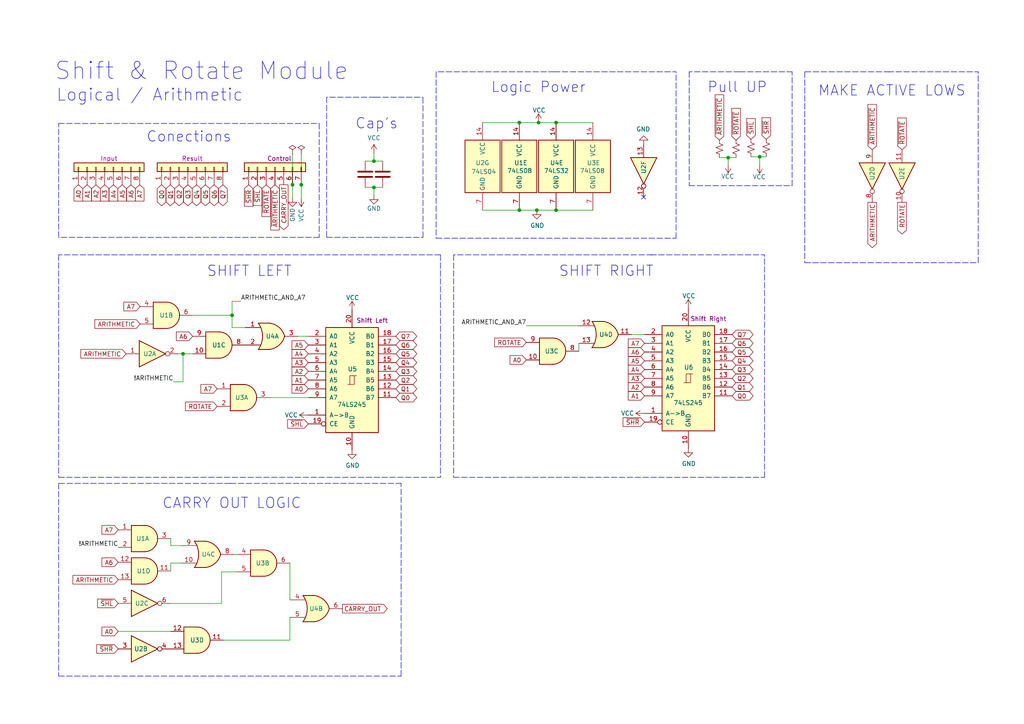
<source format=kicad_sch>
(kicad_sch (version 20211123) (generator eeschema)
  (paper "A4")
  (title_block (title "Arithmetic & Logical Shifter Module") (date "2022-01-16") (rev "4") (company "theWickedWebDev/8-bit-computer") (comment 2 "Rotate Enable / Carry Out"))
  (lib_symbols
    (symbol "74xx:74LS04"
      (property "Reference" "U" (at 0 1.27 0))
      (property "Value" "74LS04" (at 0 -1.27 0))
      (symbol "74LS04_1_0"
        (polyline (pts (xy -3.81 3.81) (xy -3.81 -3.81) (xy 3.81 0) (xy -3.81 3.81)) (stroke (width 0.254)) (fill (type background)))
        (pin input line (at -7.62 0 0) (length 3.81) (name "~") (number "1"))
        (pin output inverted (at 7.62 0 180) (length 3.81) (name "~") (number "2"))
      )
      (symbol "74LS04_2_0"
        (polyline (pts (xy -3.81 3.81) (xy -3.81 -3.81) (xy 3.81 0) (xy -3.81 3.81)) (stroke (width 0.254)) (fill (type background)))
        (pin input line (at -7.62 0 0) (length 3.81) (name "~") (number "3"))
        (pin output inverted (at 7.62 0 180) (length 3.81) (name "~") (number "4"))
      )
      (symbol "74LS04_3_0"
        (polyline (pts (xy -3.81 3.81) (xy -3.81 -3.81) (xy 3.81 0) (xy -3.81 3.81)) (stroke (width 0.254)) (fill (type background)))
        (pin input line (at -7.62 0 0) (length 3.81) (name "~") (number "5"))
        (pin output inverted (at 7.62 0 180) (length 3.81) (name "~") (number "6"))
      )
      (symbol "74LS04_4_0"
        (polyline (pts (xy -3.81 3.81) (xy -3.81 -3.81) (xy 3.81 0) (xy -3.81 3.81)) (stroke (width 0.254)) (fill (type background)))
        (pin output inverted (at 7.62 0 180) (length 3.81) (name "~") (number "8"))
        (pin input line (at -7.62 0 0) (length 3.81) (name "~") (number "9"))
      )
      (symbol "74LS04_5_0"
        (polyline (pts (xy -3.81 3.81) (xy -3.81 -3.81) (xy 3.81 0) (xy -3.81 3.81)) (stroke (width 0.254)) (fill (type background)))
        (pin output inverted (at 7.62 0 180) (length 3.81) (name "~") (number "10"))
        (pin input line (at -7.62 0 0) (length 3.81) (name "~") (number "11"))
      )
      (symbol "74LS04_6_0"
        (polyline (pts (xy -3.81 3.81) (xy -3.81 -3.81) (xy 3.81 0) (xy -3.81 3.81)) (stroke (width 0.254)) (fill (type background)))
        (pin output inverted (at 7.62 0 180) (length 3.81) (name "~") (number "12"))
        (pin input line (at -7.62 0 0) (length 3.81) (name "~") (number "13"))
      )
      (symbol "74LS04_7_0"
        (pin power_in line (at 0 12.7 270) (length 5.08) (name "VCC") (number "14"))
        (pin power_in line (at 0 -12.7 90) (length 5.08) (name "GND") (number "7"))
      )
      (symbol "74LS04_7_1"
        (rectangle (start -5.08 7.62) (end 5.08 -7.62) (stroke (width 0.254)) (fill (type background)))
      )
    )
    (symbol "74xx:74LS08" (pin_names (offset 1.016))
      (property "Reference" "U" (at 0 1.27 0))
      (property "Value" "74LS08" (at 0 -1.27 0))
      (symbol "74LS08_1_1"
        (arc (start 0 -3.81) (mid 3.81 0) (end 0 3.81) (stroke (width 0.254)) (fill (type background)))
        (polyline (pts (xy 0 3.81) (xy -3.81 3.81) (xy -3.81 -3.81) (xy 0 -3.81)) (stroke (width 0.254)) (fill (type background)))
        (pin input line (at -7.62 2.54 0) (length 3.81) (name "~") (number "1"))
        (pin input line (at -7.62 -2.54 0) (length 3.81) (name "~") (number "2"))
        (pin output line (at 7.62 0 180) (length 3.81) (name "~") (number "3"))
      )
      (symbol "74LS08_1_2"
        (arc (start -3.81 -3.81) (mid -2.589 0) (end -3.81 3.81) (stroke (width 0.254)))
        (arc (start -0.6096 -3.81) (mid 2.1855 -2.584) (end 3.81 0) (stroke (width 0.254)) (fill (type background)))
        (polyline (pts (xy -3.81 -3.81) (xy -0.635 -3.81)) (stroke (width 0.254)) (fill (type background)))
        (polyline (pts (xy -3.81 3.81) (xy -0.635 3.81)) (stroke (width 0.254)) (fill (type background)))
        (polyline (pts (xy -0.635 3.81) (xy -3.81 3.81) (xy -3.81 3.81) (xy -3.556 3.4036) (xy -3.0226 2.2606) (xy -2.6924 1.0414) (xy -2.6162 -0.254) (xy -2.7686 -1.4986) (xy -3.175 -2.7178) (xy -3.81 -3.81) (xy -3.81 -3.81) (xy -0.635 -3.81)) (stroke (width -25.4)) (fill (type background)))
        (arc (start 3.81 0) (mid 2.1928 2.5925) (end -0.6096 3.81) (stroke (width 0.254)) (fill (type background)))
        (pin input inverted (at -7.62 2.54 0) (length 4.318) (name "~") (number "1"))
        (pin input inverted (at -7.62 -2.54 0) (length 4.318) (name "~") (number "2"))
        (pin output inverted (at 7.62 0 180) (length 3.81) (name "~") (number "3"))
      )
      (symbol "74LS08_2_1"
        (arc (start 0 -3.81) (mid 3.81 0) (end 0 3.81) (stroke (width 0.254)) (fill (type background)))
        (polyline (pts (xy 0 3.81) (xy -3.81 3.81) (xy -3.81 -3.81) (xy 0 -3.81)) (stroke (width 0.254)) (fill (type background)))
        (pin input line (at -7.62 2.54 0) (length 3.81) (name "~") (number "4"))
        (pin input line (at -7.62 -2.54 0) (length 3.81) (name "~") (number "5"))
        (pin output line (at 7.62 0 180) (length 3.81) (name "~") (number "6"))
      )
      (symbol "74LS08_2_2"
        (arc (start -3.81 -3.81) (mid -2.589 0) (end -3.81 3.81) (stroke (width 0.254)))
        (arc (start -0.6096 -3.81) (mid 2.1855 -2.584) (end 3.81 0) (stroke (width 0.254)) (fill (type background)))
        (polyline (pts (xy -3.81 -3.81) (xy -0.635 -3.81)) (stroke (width 0.254)) (fill (type background)))
        (polyline (pts (xy -3.81 3.81) (xy -0.635 3.81)) (stroke (width 0.254)) (fill (type background)))
        (polyline (pts (xy -0.635 3.81) (xy -3.81 3.81) (xy -3.81 3.81) (xy -3.556 3.4036) (xy -3.0226 2.2606) (xy -2.6924 1.0414) (xy -2.6162 -0.254) (xy -2.7686 -1.4986) (xy -3.175 -2.7178) (xy -3.81 -3.81) (xy -3.81 -3.81) (xy -0.635 -3.81)) (stroke (width -25.4)) (fill (type background)))
        (arc (start 3.81 0) (mid 2.1928 2.5925) (end -0.6096 3.81) (stroke (width 0.254)) (fill (type background)))
        (pin input inverted (at -7.62 2.54 0) (length 4.318) (name "~") (number "4"))
        (pin input inverted (at -7.62 -2.54 0) (length 4.318) (name "~") (number "5"))
        (pin output inverted (at 7.62 0 180) (length 3.81) (name "~") (number "6"))
      )
      (symbol "74LS08_3_1"
        (arc (start 0 -3.81) (mid 3.81 0) (end 0 3.81) (stroke (width 0.254)) (fill (type background)))
        (polyline (pts (xy 0 3.81) (xy -3.81 3.81) (xy -3.81 -3.81) (xy 0 -3.81)) (stroke (width 0.254)) (fill (type background)))
        (pin input line (at -7.62 -2.54 0) (length 3.81) (name "~") (number "10"))
        (pin output line (at 7.62 0 180) (length 3.81) (name "~") (number "8"))
        (pin input line (at -7.62 2.54 0) (length 3.81) (name "~") (number "9"))
      )
      (symbol "74LS08_3_2"
        (arc (start -3.81 -3.81) (mid -2.589 0) (end -3.81 3.81) (stroke (width 0.254)))
        (arc (start -0.6096 -3.81) (mid 2.1855 -2.584) (end 3.81 0) (stroke (width 0.254)) (fill (type background)))
        (polyline (pts (xy -3.81 -3.81) (xy -0.635 -3.81)) (stroke (width 0.254)) (fill (type background)))
        (polyline (pts (xy -3.81 3.81) (xy -0.635 3.81)) (stroke (width 0.254)) (fill (type background)))
        (polyline (pts (xy -0.635 3.81) (xy -3.81 3.81) (xy -3.81 3.81) (xy -3.556 3.4036) (xy -3.0226 2.2606) (xy -2.6924 1.0414) (xy -2.6162 -0.254) (xy -2.7686 -1.4986) (xy -3.175 -2.7178) (xy -3.81 -3.81) (xy -3.81 -3.81) (xy -0.635 -3.81)) (stroke (width -25.4)) (fill (type background)))
        (arc (start 3.81 0) (mid 2.1928 2.5925) (end -0.6096 3.81) (stroke (width 0.254)) (fill (type background)))
        (pin input inverted (at -7.62 -2.54 0) (length 4.318) (name "~") (number "10"))
        (pin output inverted (at 7.62 0 180) (length 3.81) (name "~") (number "8"))
        (pin input inverted (at -7.62 2.54 0) (length 4.318) (name "~") (number "9"))
      )
      (symbol "74LS08_4_1"
        (arc (start 0 -3.81) (mid 3.81 0) (end 0 3.81) (stroke (width 0.254)) (fill (type background)))
        (polyline (pts (xy 0 3.81) (xy -3.81 3.81) (xy -3.81 -3.81) (xy 0 -3.81)) (stroke (width 0.254)) (fill (type background)))
        (pin output line (at 7.62 0 180) (length 3.81) (name "~") (number "11"))
        (pin input line (at -7.62 2.54 0) (length 3.81) (name "~") (number "12"))
        (pin input line (at -7.62 -2.54 0) (length 3.81) (name "~") (number "13"))
      )
      (symbol "74LS08_4_2"
        (arc (start -3.81 -3.81) (mid -2.589 0) (end -3.81 3.81) (stroke (width 0.254)))
        (arc (start -0.6096 -3.81) (mid 2.1855 -2.584) (end 3.81 0) (stroke (width 0.254)) (fill (type background)))
        (polyline (pts (xy -3.81 -3.81) (xy -0.635 -3.81)) (stroke (width 0.254)) (fill (type background)))
        (polyline (pts (xy -3.81 3.81) (xy -0.635 3.81)) (stroke (width 0.254)) (fill (type background)))
        (polyline (pts (xy -0.635 3.81) (xy -3.81 3.81) (xy -3.81 3.81) (xy -3.556 3.4036) (xy -3.0226 2.2606) (xy -2.6924 1.0414) (xy -2.6162 -0.254) (xy -2.7686 -1.4986) (xy -3.175 -2.7178) (xy -3.81 -3.81) (xy -3.81 -3.81) (xy -0.635 -3.81)) (stroke (width -25.4)) (fill (type background)))
        (arc (start 3.81 0) (mid 2.1928 2.5925) (end -0.6096 3.81) (stroke (width 0.254)) (fill (type background)))
        (pin output inverted (at 7.62 0 180) (length 3.81) (name "~") (number "11"))
        (pin input inverted (at -7.62 2.54 0) (length 4.318) (name "~") (number "12"))
        (pin input inverted (at -7.62 -2.54 0) (length 4.318) (name "~") (number "13"))
      )
      (symbol "74LS08_5_0"
        (pin power_in line (at 0 12.7 270) (length 5.08) (name "VCC") (number "14"))
        (pin power_in line (at 0 -12.7 90) (length 5.08) (name "GND") (number "7"))
      )
      (symbol "74LS08_5_1"
        (rectangle (start -5.08 7.62) (end 5.08 -7.62) (stroke (width 0.254)) (fill (type background)))
      )
    )
    (symbol "74xx:74LS245" (pin_names (offset 1.016))
      (property "Reference" "U" (at -7.62 16.51 0))
      (property "Value" "74LS245" (at -7.62 -16.51 0))
      (symbol "74LS245_1_0"
        (polyline (pts (xy -0.635 -1.27) (xy -0.635 1.27) (xy 0.635 1.27)))
        (polyline (pts (xy -1.27 -1.27) (xy 0.635 -1.27) (xy 0.635 1.27) (xy 1.27 1.27)))
        (pin input line (at -12.7 -10.16 0) (length 5.08) (name "A->B") (number "1"))
        (pin power_in line (at 0 -20.32 90) (length 5.08) (name "GND") (number "10"))
        (pin tri_state line (at 12.7 -5.08 180) (length 5.08) (name "B7") (number "11"))
        (pin tri_state line (at 12.7 -2.54 180) (length 5.08) (name "B6") (number "12"))
        (pin tri_state line (at 12.7 0 180) (length 5.08) (name "B5") (number "13"))
        (pin tri_state line (at 12.7 2.54 180) (length 5.08) (name "B4") (number "14"))
        (pin tri_state line (at 12.7 5.08 180) (length 5.08) (name "B3") (number "15"))
        (pin tri_state line (at 12.7 7.62 180) (length 5.08) (name "B2") (number "16"))
        (pin tri_state line (at 12.7 10.16 180) (length 5.08) (name "B1") (number "17"))
        (pin tri_state line (at 12.7 12.7 180) (length 5.08) (name "B0") (number "18"))
        (pin input inverted (at -12.7 -12.7 0) (length 5.08) (name "CE") (number "19"))
        (pin tri_state line (at -12.7 12.7 0) (length 5.08) (name "A0") (number "2"))
        (pin power_in line (at 0 20.32 270) (length 5.08) (name "VCC") (number "20"))
        (pin tri_state line (at -12.7 10.16 0) (length 5.08) (name "A1") (number "3"))
        (pin tri_state line (at -12.7 7.62 0) (length 5.08) (name "A2") (number "4"))
        (pin tri_state line (at -12.7 5.08 0) (length 5.08) (name "A3") (number "5"))
        (pin tri_state line (at -12.7 2.54 0) (length 5.08) (name "A4") (number "6"))
        (pin tri_state line (at -12.7 0 0) (length 5.08) (name "A5") (number "7"))
        (pin tri_state line (at -12.7 -2.54 0) (length 5.08) (name "A6") (number "8"))
        (pin tri_state line (at -12.7 -5.08 0) (length 5.08) (name "A7") (number "9"))
      )
      (symbol "74LS245_1_1"
        (rectangle (start -7.62 15.24) (end 7.62 -15.24) (stroke (width 0.254)) (fill (type background)))
      )
    )
    (symbol "74xx:74LS32" (pin_names (offset 1.016))
      (property "Reference" "U" (at 0 1.27 0))
      (property "Value" "74LS32" (at 0 -1.27 0))
      (symbol "74LS32_1_1"
        (arc (start -3.81 -3.81) (mid -2.589 0) (end -3.81 3.81) (stroke (width 0.254)))
        (arc (start -0.6096 -3.81) (mid 2.1855 -2.584) (end 3.81 0) (stroke (width 0.254)) (fill (type background)))
        (polyline (pts (xy -3.81 -3.81) (xy -0.635 -3.81)) (stroke (width 0.254)) (fill (type background)))
        (polyline (pts (xy -3.81 3.81) (xy -0.635 3.81)) (stroke (width 0.254)) (fill (type background)))
        (polyline (pts (xy -0.635 3.81) (xy -3.81 3.81) (xy -3.81 3.81) (xy -3.556 3.4036) (xy -3.0226 2.2606) (xy -2.6924 1.0414) (xy -2.6162 -0.254) (xy -2.7686 -1.4986) (xy -3.175 -2.7178) (xy -3.81 -3.81) (xy -3.81 -3.81) (xy -0.635 -3.81)) (stroke (width -25.4)) (fill (type background)))
        (arc (start 3.81 0) (mid 2.1928 2.5925) (end -0.6096 3.81) (stroke (width 0.254)) (fill (type background)))
        (pin input line (at -7.62 2.54 0) (length 4.318) (name "~") (number "1"))
        (pin input line (at -7.62 -2.54 0) (length 4.318) (name "~") (number "2"))
        (pin output line (at 7.62 0 180) (length 3.81) (name "~") (number "3"))
      )
      (symbol "74LS32_1_2"
        (arc (start 0 -3.81) (mid 3.81 0) (end 0 3.81) (stroke (width 0.254)) (fill (type background)))
        (polyline (pts (xy 0 3.81) (xy -3.81 3.81) (xy -3.81 -3.81) (xy 0 -3.81)) (stroke (width 0.254)) (fill (type background)))
        (pin input inverted (at -7.62 2.54 0) (length 3.81) (name "~") (number "1"))
        (pin input inverted (at -7.62 -2.54 0) (length 3.81) (name "~") (number "2"))
        (pin output inverted (at 7.62 0 180) (length 3.81) (name "~") (number "3"))
      )
      (symbol "74LS32_2_1"
        (arc (start -3.81 -3.81) (mid -2.589 0) (end -3.81 3.81) (stroke (width 0.254)))
        (arc (start -0.6096 -3.81) (mid 2.1855 -2.584) (end 3.81 0) (stroke (width 0.254)) (fill (type background)))
        (polyline (pts (xy -3.81 -3.81) (xy -0.635 -3.81)) (stroke (width 0.254)) (fill (type background)))
        (polyline (pts (xy -3.81 3.81) (xy -0.635 3.81)) (stroke (width 0.254)) (fill (type background)))
        (polyline (pts (xy -0.635 3.81) (xy -3.81 3.81) (xy -3.81 3.81) (xy -3.556 3.4036) (xy -3.0226 2.2606) (xy -2.6924 1.0414) (xy -2.6162 -0.254) (xy -2.7686 -1.4986) (xy -3.175 -2.7178) (xy -3.81 -3.81) (xy -3.81 -3.81) (xy -0.635 -3.81)) (stroke (width -25.4)) (fill (type background)))
        (arc (start 3.81 0) (mid 2.1928 2.5925) (end -0.6096 3.81) (stroke (width 0.254)) (fill (type background)))
        (pin input line (at -7.62 2.54 0) (length 4.318) (name "~") (number "4"))
        (pin input line (at -7.62 -2.54 0) (length 4.318) (name "~") (number "5"))
        (pin output line (at 7.62 0 180) (length 3.81) (name "~") (number "6"))
      )
      (symbol "74LS32_2_2"
        (arc (start 0 -3.81) (mid 3.81 0) (end 0 3.81) (stroke (width 0.254)) (fill (type background)))
        (polyline (pts (xy 0 3.81) (xy -3.81 3.81) (xy -3.81 -3.81) (xy 0 -3.81)) (stroke (width 0.254)) (fill (type background)))
        (pin input inverted (at -7.62 2.54 0) (length 3.81) (name "~") (number "4"))
        (pin input inverted (at -7.62 -2.54 0) (length 3.81) (name "~") (number "5"))
        (pin output inverted (at 7.62 0 180) (length 3.81) (name "~") (number "6"))
      )
      (symbol "74LS32_3_1"
        (arc (start -3.81 -3.81) (mid -2.589 0) (end -3.81 3.81) (stroke (width 0.254)))
        (arc (start -0.6096 -3.81) (mid 2.1855 -2.584) (end 3.81 0) (stroke (width 0.254)) (fill (type background)))
        (polyline (pts (xy -3.81 -3.81) (xy -0.635 -3.81)) (stroke (width 0.254)) (fill (type background)))
        (polyline (pts (xy -3.81 3.81) (xy -0.635 3.81)) (stroke (width 0.254)) (fill (type background)))
        (polyline (pts (xy -0.635 3.81) (xy -3.81 3.81) (xy -3.81 3.81) (xy -3.556 3.4036) (xy -3.0226 2.2606) (xy -2.6924 1.0414) (xy -2.6162 -0.254) (xy -2.7686 -1.4986) (xy -3.175 -2.7178) (xy -3.81 -3.81) (xy -3.81 -3.81) (xy -0.635 -3.81)) (stroke (width -25.4)) (fill (type background)))
        (arc (start 3.81 0) (mid 2.1928 2.5925) (end -0.6096 3.81) (stroke (width 0.254)) (fill (type background)))
        (pin input line (at -7.62 -2.54 0) (length 4.318) (name "~") (number "10"))
        (pin output line (at 7.62 0 180) (length 3.81) (name "~") (number "8"))
        (pin input line (at -7.62 2.54 0) (length 4.318) (name "~") (number "9"))
      )
      (symbol "74LS32_3_2"
        (arc (start 0 -3.81) (mid 3.81 0) (end 0 3.81) (stroke (width 0.254)) (fill (type background)))
        (polyline (pts (xy 0 3.81) (xy -3.81 3.81) (xy -3.81 -3.81) (xy 0 -3.81)) (stroke (width 0.254)) (fill (type background)))
        (pin input inverted (at -7.62 -2.54 0) (length 3.81) (name "~") (number "10"))
        (pin output inverted (at 7.62 0 180) (length 3.81) (name "~") (number "8"))
        (pin input inverted (at -7.62 2.54 0) (length 3.81) (name "~") (number "9"))
      )
      (symbol "74LS32_4_1"
        (arc (start -3.81 -3.81) (mid -2.589 0) (end -3.81 3.81) (stroke (width 0.254)))
        (arc (start -0.6096 -3.81) (mid 2.1855 -2.584) (end 3.81 0) (stroke (width 0.254)) (fill (type background)))
        (polyline (pts (xy -3.81 -3.81) (xy -0.635 -3.81)) (stroke (width 0.254)) (fill (type background)))
        (polyline (pts (xy -3.81 3.81) (xy -0.635 3.81)) (stroke (width 0.254)) (fill (type background)))
        (polyline (pts (xy -0.635 3.81) (xy -3.81 3.81) (xy -3.81 3.81) (xy -3.556 3.4036) (xy -3.0226 2.2606) (xy -2.6924 1.0414) (xy -2.6162 -0.254) (xy -2.7686 -1.4986) (xy -3.175 -2.7178) (xy -3.81 -3.81) (xy -3.81 -3.81) (xy -0.635 -3.81)) (stroke (width -25.4)) (fill (type background)))
        (arc (start 3.81 0) (mid 2.1928 2.5925) (end -0.6096 3.81) (stroke (width 0.254)) (fill (type background)))
        (pin output line (at 7.62 0 180) (length 3.81) (name "~") (number "11"))
        (pin input line (at -7.62 2.54 0) (length 4.318) (name "~") (number "12"))
        (pin input line (at -7.62 -2.54 0) (length 4.318) (name "~") (number "13"))
      )
      (symbol "74LS32_4_2"
        (arc (start 0 -3.81) (mid 3.81 0) (end 0 3.81) (stroke (width 0.254)) (fill (type background)))
        (polyline (pts (xy 0 3.81) (xy -3.81 3.81) (xy -3.81 -3.81) (xy 0 -3.81)) (stroke (width 0.254)) (fill (type background)))
        (pin output inverted (at 7.62 0 180) (length 3.81) (name "~") (number "11"))
        (pin input inverted (at -7.62 2.54 0) (length 3.81) (name "~") (number "12"))
        (pin input inverted (at -7.62 -2.54 0) (length 3.81) (name "~") (number "13"))
      )
      (symbol "74LS32_5_0"
        (pin power_in line (at 0 12.7 270) (length 5.08) (name "VCC") (number "14"))
        (pin power_in line (at 0 -12.7 90) (length 5.08) (name "GND") (number "7"))
      )
      (symbol "74LS32_5_1"
        (rectangle (start -5.08 7.62) (end 5.08 -7.62) (stroke (width 0.254)) (fill (type background)))
      )
    )
    (symbol "Connector_Generic:Conn_01x07" (pin_names (offset 1.016) hide)
      (property "Reference" "J" (at 0 10.16 0))
      (property "Value" "Conn_01x07" (at 0 -10.16 0))
      (symbol "Conn_01x07_1_1"
        (rectangle (start -1.27 -7.493) (end 0 -7.747) (stroke (width 0.1524)))
        (rectangle (start -1.27 -4.953) (end 0 -5.207) (stroke (width 0.1524)))
        (rectangle (start -1.27 -2.413) (end 0 -2.667) (stroke (width 0.1524)))
        (rectangle (start -1.27 0.127) (end 0 -0.127) (stroke (width 0.1524)))
        (rectangle (start -1.27 2.667) (end 0 2.413) (stroke (width 0.1524)))
        (rectangle (start -1.27 5.207) (end 0 4.953) (stroke (width 0.1524)))
        (rectangle (start -1.27 7.747) (end 0 7.493) (stroke (width 0.1524)))
        (rectangle (start -1.27 8.89) (end 1.27 -8.89) (stroke (width 0.254)) (fill (type background)))
        (pin passive line (at -5.08 7.62 0) (length 3.81) (name "Pin_1") (number "1"))
        (pin passive line (at -5.08 5.08 0) (length 3.81) (name "Pin_2") (number "2"))
        (pin passive line (at -5.08 2.54 0) (length 3.81) (name "Pin_3") (number "3"))
        (pin passive line (at -5.08 0 0) (length 3.81) (name "Pin_4") (number "4"))
        (pin passive line (at -5.08 -2.54 0) (length 3.81) (name "Pin_5") (number "5"))
        (pin passive line (at -5.08 -5.08 0) (length 3.81) (name "Pin_6") (number "6"))
        (pin passive line (at -5.08 -7.62 0) (length 3.81) (name "Pin_7") (number "7"))
      )
    )
    (symbol "Connector_Generic:Conn_01x08" (pin_names (offset 1.016) hide)
      (property "Reference" "J" (at 0 10.16 0))
      (property "Value" "Conn_01x08" (at 0 -12.7 0))
      (symbol "Conn_01x08_1_1"
        (rectangle (start -1.27 -10.033) (end 0 -10.287) (stroke (width 0.1524)))
        (rectangle (start -1.27 -7.493) (end 0 -7.747) (stroke (width 0.1524)))
        (rectangle (start -1.27 -4.953) (end 0 -5.207) (stroke (width 0.1524)))
        (rectangle (start -1.27 -2.413) (end 0 -2.667) (stroke (width 0.1524)))
        (rectangle (start -1.27 0.127) (end 0 -0.127) (stroke (width 0.1524)))
        (rectangle (start -1.27 2.667) (end 0 2.413) (stroke (width 0.1524)))
        (rectangle (start -1.27 5.207) (end 0 4.953) (stroke (width 0.1524)))
        (rectangle (start -1.27 7.747) (end 0 7.493) (stroke (width 0.1524)))
        (rectangle (start -1.27 8.89) (end 1.27 -11.43) (stroke (width 0.254)) (fill (type background)))
        (pin passive line (at -5.08 7.62 0) (length 3.81) (name "Pin_1") (number "1"))
        (pin passive line (at -5.08 5.08 0) (length 3.81) (name "Pin_2") (number "2"))
        (pin passive line (at -5.08 2.54 0) (length 3.81) (name "Pin_3") (number "3"))
        (pin passive line (at -5.08 0 0) (length 3.81) (name "Pin_4") (number "4"))
        (pin passive line (at -5.08 -2.54 0) (length 3.81) (name "Pin_5") (number "5"))
        (pin passive line (at -5.08 -5.08 0) (length 3.81) (name "Pin_6") (number "6"))
        (pin passive line (at -5.08 -7.62 0) (length 3.81) (name "Pin_7") (number "7"))
        (pin passive line (at -5.08 -10.16 0) (length 3.81) (name "Pin_8") (number "8"))
      )
    )
    (symbol "Device:C" (pin_numbers hide) (pin_names (offset 0.254))
      (property "Reference" "C" (at 0.635 2.54 0))
      (property "Value" "C" (at 0.635 -2.54 0))
      (symbol "C_0_1"
        (polyline (pts (xy -2.032 -0.762) (xy 2.032 -0.762)) (stroke (width 0.508)))
        (polyline (pts (xy -2.032 0.762) (xy 2.032 0.762)) (stroke (width 0.508)))
      )
      (symbol "C_1_1"
        (pin passive line (at 0 3.81 270) (length 2.794) (name "~") (number "1"))
        (pin passive line (at 0 -3.81 90) (length 2.794) (name "~") (number "2"))
      )
    )
    (symbol "Device:R_Small_US" (pin_numbers hide) (pin_names (offset 0.254) hide)
      (property "Reference" "R" (at 0.762 0.508 0))
      (property "Value" "R_Small_US" (at 0.762 -1.016 0))
      (symbol "R_Small_US_1_1"
        (polyline (pts (xy 0 0) (xy 1.016 -0.381) (xy 0 -0.762) (xy -1.016 -1.143) (xy 0 -1.524)))
        (polyline (pts (xy 0 1.524) (xy 1.016 1.143) (xy 0 0.762) (xy -1.016 0.381) (xy 0 0)))
        (pin passive line (at 0 2.54 270) (length 1.016) (name "~") (number "1"))
        (pin passive line (at 0 -2.54 90) (length 1.016) (name "~") (number "2"))
      )
    )
    (symbol "power:GND" (power) (pin_names (offset 0))
      (property "Value" "GND" (at 0 -3.81 0))
      (symbol "GND_0_1"
        (polyline (pts (xy 0 0) (xy 0 -1.27) (xy 1.27 -1.27) (xy 0 -2.54) (xy -1.27 -1.27) (xy 0 -1.27)))
      )
      (symbol "GND_1_1"
        (pin power_in line (at 0 0 270) (length 0) hide (name "GND") (number "1"))
      )
    )
    (symbol "power:PWR_FLAG" (power) (pin_numbers hide) (pin_names (offset 0) hide)
      (property "Value" "PWR_FLAG" (at 0 3.81 0))
      (symbol "PWR_FLAG_0_0"
        (pin power_out line (at 0 0 90) (length 0) (name "pwr") (number "1"))
      )
      (symbol "PWR_FLAG_0_1"
        (polyline (pts (xy 0 0) (xy 0 1.27) (xy -1.016 1.905) (xy 0 2.54) (xy 1.016 1.905) (xy 0 1.27)))
      )
    )
    (symbol "power:VCC" (power) (pin_names (offset 0))
      (property "Value" "VCC" (at 0 3.81 0))
      (symbol "VCC_0_1"
        (polyline (pts (xy -0.762 1.27) (xy 0 2.54)))
        (polyline (pts (xy 0 0) (xy 0 2.54)))
        (polyline (pts (xy 0 2.54) (xy 0.762 1.27)))
      )
      (symbol "VCC_1_1"
        (pin power_in line (at 0 0 90) (length 0) hide (name "VCC") (number "1"))
      )
    )
  )
  (junction (at 53.086 102.616))
  (junction (at 161.29 35.56))
  (junction (at 155.702 60.96))
  (junction (at 150.622 35.56))
  (junction (at 67.31 91.44))
  (junction (at 108.458 54.356))
  (junction (at 84.836 53.594))
  (junction (at 87.376 53.594))
  (junction (at 161.29 60.96))
  (junction (at 150.622 60.96))
  (junction (at 220.345 45.466))
  (junction (at 211.201 45.72))
  (junction (at 108.458 46.736))
  (junction (at 156.21 35.56))
  (no_connect (at 186.69 57.15))
  (polyline (pts (xy 127.762 73.914) (xy 17.018 73.914)))
  (polyline (pts (xy 131.572 138.43) (xy 221.742 138.43)))
  (polyline (pts (xy 199.898 20.828) (xy 199.898 53.848)))
  (polyline (pts (xy 214.503 20.828) (xy 229.743 20.828)))
  (wire (pts (xy 161.29 35.56) (xy 171.958 35.56)))
  (polyline (pts (xy 108.712 28.194) (xy 122.682 28.194)))
  (wire (pts (xy 86.36 97.536) (xy 89.408 97.536)))
  (polyline (pts (xy 108.712 28.194) (xy 94.742 28.194)))
  (wire (pts (xy 52.578 163.322) (xy 49.53 163.322)))
  (wire (pts (xy 208.661 45.72) (xy 211.201 45.72)))
  (wire (pts (xy 150.622 35.56) (xy 156.21 35.56)))
  (wire (pts (xy 108.458 46.736) (xy 108.458 44.45)))
  (wire (pts (xy 139.954 60.96) (xy 150.622 60.96)))
  (polyline (pts (xy 257.556 20.828) (xy 283.718 20.828)))
  (wire (pts (xy 183.134 97.028) (xy 186.944 97.028)))
  (wire (pts (xy 139.954 35.56) (xy 150.622 35.56)))
  (wire (pts (xy 211.201 45.72) (xy 211.201 47.625)))
  (polyline (pts (xy 66.802 140.208) (xy 116.332 140.208)))
  (polyline (pts (xy 188.722 73.914) (xy 221.742 73.914)))
  (wire (pts (xy 67.31 87.376) (xy 69.85 87.376)))
  (polyline (pts (xy 126.492 69.088) (xy 196.088 69.088)))
  (polyline (pts (xy 17.018 196.088) (xy 116.332 196.088)))
  (wire (pts (xy 49.53 156.21) (xy 49.53 158.242)))
  (wire (pts (xy 105.918 46.736) (xy 108.458 46.736)))
  (wire (pts (xy 150.622 60.96) (xy 155.702 60.96)))
  (polyline (pts (xy 258.064 20.828) (xy 233.426 20.828)))
  (wire (pts (xy 108.458 54.356) (xy 105.918 54.356)))
  (wire (pts (xy 161.29 60.96) (xy 171.958 60.96)))
  (polyline (pts (xy 229.743 53.848) (xy 229.743 20.828)))
  (wire (pts (xy 64.262 165.862) (xy 64.262 175.006)))
  (polyline (pts (xy 66.802 140.208) (xy 17.018 140.208)))
  (polyline (pts (xy 17.018 138.43) (xy 127.762 138.43)))
  (polyline (pts (xy 233.426 20.828) (xy 233.426 76.2)))
  (wire (pts (xy 155.702 60.96) (xy 161.29 60.96)))
  (wire (pts (xy 50.292 110.744) (xy 53.086 110.744)))
  (wire (pts (xy 68.834 160.782) (xy 67.818 160.782)))
  (polyline (pts (xy 92.583 35.814) (xy 92.583 68.834)))
  (wire (pts (xy 156.21 35.56) (xy 161.29 35.56)))
  (polyline (pts (xy 189.23 73.914) (xy 131.572 73.914)))
  (polyline (pts (xy 131.572 73.914) (xy 131.572 138.43)))
  (polyline (pts (xy 116.332 196.088) (xy 116.332 140.208)))
  (wire (pts (xy 67.31 91.44) (xy 67.31 94.996)))
  (polyline (pts (xy 126.492 20.828) (xy 126.492 69.088)))
  (wire (pts (xy 152.654 94.488) (xy 167.894 94.488)))
  (wire (pts (xy 84.836 44.704) (xy 84.836 53.594)))
  (wire (pts (xy 84.074 163.322) (xy 84.074 173.99)))
  (wire (pts (xy 108.458 56.642) (xy 108.458 54.356)))
  (wire (pts (xy 108.458 54.356) (xy 110.998 54.356)))
  (polyline (pts (xy 94.742 28.194) (xy 94.742 68.834)))
  (polyline (pts (xy 94.742 68.834) (xy 122.682 68.834)))
  (polyline (pts (xy 214.503 20.828) (xy 199.898 20.828)))
  (polyline (pts (xy 233.426 76.2) (xy 283.718 76.2)))
  (wire (pts (xy 167.894 99.568) (xy 167.894 101.854)))
  (wire (pts (xy 49.53 158.242) (xy 52.578 158.242)))
  (wire (pts (xy 84.074 179.07) (xy 84.074 185.674)))
  (wire (pts (xy 87.376 53.594) (xy 87.376 57.404)))
  (wire (pts (xy 220.345 45.466) (xy 220.345 47.752)))
  (wire (pts (xy 84.836 53.594) (xy 84.836 57.404)))
  (polyline (pts (xy 17.018 73.914) (xy 17.018 138.43)))
  (wire (pts (xy 51.816 102.616) (xy 53.086 102.616)))
  (wire (pts (xy 108.458 46.736) (xy 110.998 46.736)))
  (wire (pts (xy 217.805 45.466) (xy 220.345 45.466)))
  (wire (pts (xy 53.086 102.616) (xy 55.88 102.616)))
  (wire (pts (xy 87.376 44.704) (xy 87.376 53.594)))
  (polyline (pts (xy 160.782 20.828) (xy 196.088 20.828)))
  (polyline (pts (xy 122.682 68.834) (xy 122.682 28.194)))
  (wire (pts (xy 34.29 183.134) (xy 49.53 183.134)))
  (wire (pts (xy 67.31 91.44) (xy 67.31 87.376)))
  (polyline (pts (xy 17.018 140.208) (xy 17.018 196.088)))
  (wire (pts (xy 68.834 165.862) (xy 64.262 165.862)))
  (polyline (pts (xy 283.718 76.2) (xy 283.718 20.828)))
  (wire (pts (xy 220.345 45.466) (xy 222.25 45.466)))
  (wire (pts (xy 211.201 45.72) (xy 213.487 45.72)))
  (polyline (pts (xy 127.762 73.914) (xy 127.762 138.43)))
  (polyline (pts (xy 221.742 138.43) (xy 221.742 73.914)))
  (polyline (pts (xy 160.782 20.828) (xy 126.492 20.828)))
  (polyline (pts (xy 92.583 68.834) (xy 17.018 68.834)))
  (polyline (pts (xy 17.018 68.834) (xy 17.018 35.814)))
  (wire (pts (xy 53.086 102.616) (xy 53.086 110.744)))
  (wire (pts (xy 78.232 115.316) (xy 89.408 115.316)))
  (wire (pts (xy 55.88 91.44) (xy 67.31 91.44)))
  (wire (pts (xy 49.53 175.006) (xy 64.262 175.006)))
  (wire (pts (xy 49.53 163.322) (xy 49.53 165.608)))
  (polyline (pts (xy 199.898 53.848) (xy 229.743 53.848)))
  (wire (pts (xy 84.074 185.674) (xy 64.77 185.674)))
  (polyline (pts (xy 17.018 35.814) (xy 92.583 35.814)))
  (polyline (pts (xy 196.088 69.088) (xy 196.088 20.828)))
  (wire (pts (xy 67.31 94.996) (xy 71.12 94.996)))
  (text "Cap's" (at 102.997 37.719 0) (effects (font (size 3 3)) (justify left bottom)))
  (text "Shift & Rotate Module" (at 15.748 23.622 0) (effects (font (size 5 5)) (justify left bottom)))
  (text "SHIFT RIGHT" (at 162.052 80.518 0) (effects (font (size 3 3)) (justify left bottom)))
  (text "SHIFT LEFT" (at 59.944 80.518 0) (effects (font (size 3 3)) (justify left bottom)))
  (text "Conections" (at 42.418 41.529 0) (effects (font (size 3 3)) (justify left bottom)))
  (text "Logic Power" (at 142.367 27.178 0) (effects (font (size 3 3)) (justify left bottom)))
  (text "MAKE ACTIVE LOWS" (at 237.236 28.194 0) (effects (font (size 3 3)) (justify left bottom)))
  (text "Pull UP" (at 205.105 27.178 0) (effects (font (size 3 3)) (justify left bottom)))
  (text "Logical / Arithmetic" (at 16.256 29.718 0) (effects (font (size 3.5 3.5)) (justify left bottom)))
  (text "CARRY OUT LOGIC" (at 46.99 147.828 0) (effects (font (size 3 3)) (justify left bottom)))
  (label "!ARITHMETIC" (at 34.29 158.75 180))
  (label "ARITHMETIC_AND_A7" (at 69.85 87.376 0))
  (label "!ARITHMETIC" (at 50.292 110.744 180))
  (label "ARITHMETIC_AND_A7" (at 152.654 94.488 180))
  (global_label "~{SHR}" (shape input) (at 186.944 122.428 180) (property "Intersheet References" "${INTERSHEET_REFS}" (effects hide)))
  (global_label "Q2" (shape tri_state) (at 212.344 109.728 0) (property "Intersheet References" "${INTERSHEET_REFS}" (effects hide)))
  (global_label "Q7" (shape tri_state) (at 212.344 97.028 0) (property "Intersheet References" "${INTERSHEET_REFS}" (effects hide)))
  (global_label "Q3" (shape tri_state) (at 54.483 53.594 270) (property "Intersheet References" "${INTERSHEET_REFS}" (effects hide)))
  (global_label "~{SHL}" (shape input) (at 74.676 53.594 270) (property "Intersheet References" "${INTERSHEET_REFS}" (effects hide)))
  (global_label "A0" (shape input) (at 89.408 112.776 180) (property "Intersheet References" "${INTERSHEET_REFS}" (effects hide)))
  (global_label "Q0" (shape tri_state) (at 46.863 53.594 270) (property "Intersheet References" "${INTERSHEET_REFS}" (effects hide)))
  (global_label "ROTATE" (shape input) (at 152.654 99.314 180) (property "Intersheet References" "${INTERSHEET_REFS}" (effects hide)))
  (global_label "Q6" (shape tri_state) (at 62.103 53.594 270) (property "Intersheet References" "${INTERSHEET_REFS}" (effects hide)))
  (global_label "Q5" (shape tri_state) (at 212.344 102.108 0) (property "Intersheet References" "${INTERSHEET_REFS}" (effects hide)))
  (global_label "~{SHL}" (shape input) (at 217.805 40.386 90) (property "Intersheet References" "${INTERSHEET_REFS}" (effects hide)))
  (global_label "A6" (shape input) (at 186.944 102.108 180) (property "Intersheet References" "${INTERSHEET_REFS}" (effects hide)))
  (global_label "A6" (shape input) (at 37.973 53.594 270) (property "Intersheet References" "${INTERSHEET_REFS}" (effects hide)))
  (global_label "~{ARITHMETIC}" (shape input) (at 252.984 43.434 90) (property "Intersheet References" "${INTERSHEET_REFS}" (effects hide)))
  (global_label "~{ROTATE}" (shape input) (at 213.487 40.64 90) (property "Intersheet References" "${INTERSHEET_REFS}" (effects hide)))
  (global_label "CARRY_OUT" (shape output) (at 82.296 53.594 270) (property "Intersheet References" "${INTERSHEET_REFS}" (effects hide)))
  (global_label "A4" (shape input) (at 186.944 107.188 180) (property "Intersheet References" "${INTERSHEET_REFS}" (effects hide)))
  (global_label "A4" (shape input) (at 89.408 102.616 180) (property "Intersheet References" "${INTERSHEET_REFS}" (effects hide)))
  (global_label "A6" (shape input) (at 55.88 97.536 180) (property "Intersheet References" "${INTERSHEET_REFS}" (effects hide)))
  (global_label "Q2" (shape tri_state) (at 51.943 53.594 270) (property "Intersheet References" "${INTERSHEET_REFS}" (effects hide)))
  (global_label "Q7" (shape tri_state) (at 64.643 53.594 270) (property "Intersheet References" "${INTERSHEET_REFS}" (effects hide)))
  (global_label "Q4" (shape tri_state) (at 212.344 104.648 0) (property "Intersheet References" "${INTERSHEET_REFS}" (effects hide)))
  (global_label "~{ROTATE}" (shape input) (at 261.62 43.434 90) (property "Intersheet References" "${INTERSHEET_REFS}" (effects hide)))
  (global_label "~{ROTATE}" (shape input) (at 77.216 53.594 270) (property "Intersheet References" "${INTERSHEET_REFS}" (effects hide)))
  (global_label "Q4" (shape tri_state) (at 114.808 105.156 0) (property "Intersheet References" "${INTERSHEET_REFS}" (effects hide)))
  (global_label "A1" (shape input) (at 25.273 53.594 270) (property "Intersheet References" "${INTERSHEET_REFS}" (effects hide)))
  (global_label "A2" (shape input) (at 27.813 53.594 270) (property "Intersheet References" "${INTERSHEET_REFS}" (effects hide)))
  (global_label "CARRY_OUT" (shape output) (at 99.314 176.53 0) (property "Intersheet References" "${INTERSHEET_REFS}" (effects hide)))
  (global_label "Q5" (shape tri_state) (at 59.563 53.594 270) (property "Intersheet References" "${INTERSHEET_REFS}" (effects hide)))
  (global_label "Q0" (shape tri_state) (at 212.344 114.808 0) (property "Intersheet References" "${INTERSHEET_REFS}" (effects hide)))
  (global_label "ARITHMETIC" (shape output) (at 252.984 58.674 270) (property "Intersheet References" "${INTERSHEET_REFS}" (effects hide)))
  (global_label "A5" (shape input) (at 35.433 53.594 270) (property "Intersheet References" "${INTERSHEET_REFS}" (effects hide)))
  (global_label "A0" (shape input) (at 152.654 104.394 180) (property "Intersheet References" "${INTERSHEET_REFS}" (effects hide)))
  (global_label "~{SHR}" (shape input) (at 72.136 53.594 270) (property "Intersheet References" "${INTERSHEET_REFS}" (effects hide)))
  (global_label "ARITHMETIC" (shape input) (at 34.29 168.148 180) (property "Intersheet References" "${INTERSHEET_REFS}" (effects hide)))
  (global_label "A7" (shape input) (at 40.64 88.9 180) (property "Intersheet References" "${INTERSHEET_REFS}" (effects hide)))
  (global_label "A5" (shape input) (at 89.408 100.076 180) (property "Intersheet References" "${INTERSHEET_REFS}" (effects hide)))
  (global_label "Q1" (shape tri_state) (at 114.808 112.776 0) (property "Intersheet References" "${INTERSHEET_REFS}" (effects hide)))
  (global_label "A0" (shape input) (at 22.733 53.594 270) (property "Intersheet References" "${INTERSHEET_REFS}" (effects hide)))
  (global_label "A3" (shape input) (at 89.408 105.156 180) (property "Intersheet References" "${INTERSHEET_REFS}" (effects hide)))
  (global_label "A3" (shape input) (at 30.353 53.594 270) (property "Intersheet References" "${INTERSHEET_REFS}" (effects hide)))
  (global_label "Q5" (shape tri_state) (at 114.808 102.616 0) (property "Intersheet References" "${INTERSHEET_REFS}" (effects hide)))
  (global_label "~{SHL}" (shape input) (at 34.29 175.006 180) (property "Intersheet References" "${INTERSHEET_REFS}" (effects hide)))
  (global_label "A2" (shape input) (at 186.944 112.268 180) (property "Intersheet References" "${INTERSHEET_REFS}" (effects hide)))
  (global_label "A4" (shape input) (at 32.893 53.594 270) (property "Intersheet References" "${INTERSHEET_REFS}" (effects hide)))
  (global_label "A2" (shape input) (at 89.408 107.696 180) (property "Intersheet References" "${INTERSHEET_REFS}" (effects hide)))
  (global_label "A7" (shape input) (at 186.944 99.568 180) (property "Intersheet References" "${INTERSHEET_REFS}" (effects hide)))
  (global_label "Q3" (shape tri_state) (at 114.808 107.696 0) (property "Intersheet References" "${INTERSHEET_REFS}" (effects hide)))
  (global_label "~{SHL}" (shape input) (at 89.408 122.936 180) (property "Intersheet References" "${INTERSHEET_REFS}" (effects hide)))
  (global_label "Q1" (shape tri_state) (at 49.403 53.594 270) (property "Intersheet References" "${INTERSHEET_REFS}" (effects hide)))
  (global_label "A0" (shape input) (at 34.29 183.134 180) (property "Intersheet References" "${INTERSHEET_REFS}" (effects hide)))
  (global_label "A5" (shape input) (at 186.944 104.648 180) (property "Intersheet References" "${INTERSHEET_REFS}" (effects hide)))
  (global_label "Q6" (shape tri_state) (at 114.808 100.076 0) (property "Intersheet References" "${INTERSHEET_REFS}" (effects hide)))
  (global_label "~{SHR}" (shape input) (at 34.29 188.214 180) (property "Intersheet References" "${INTERSHEET_REFS}" (effects hide)))
  (global_label "ROTATE" (shape input) (at 62.992 117.856 180) (property "Intersheet References" "${INTERSHEET_REFS}" (effects hide)))
  (global_label "Q6" (shape tri_state) (at 212.344 99.568 0) (property "Intersheet References" "${INTERSHEET_REFS}" (effects hide)))
  (global_label "ARITHMETIC" (shape input) (at 36.576 102.616 180) (property "Intersheet References" "${INTERSHEET_REFS}" (effects hide)))
  (global_label "A6" (shape input) (at 34.29 163.068 180) (property "Intersheet References" "${INTERSHEET_REFS}" (effects hide)))
  (global_label "~{ARITHMETIC}" (shape input) (at 208.661 40.64 90) (property "Intersheet References" "${INTERSHEET_REFS}" (effects hide)))
  (global_label "Q2" (shape tri_state) (at 114.808 110.236 0) (property "Intersheet References" "${INTERSHEET_REFS}" (effects hide)))
  (global_label "ARITHMETIC" (shape input) (at 40.64 93.98 180) (property "Intersheet References" "${INTERSHEET_REFS}" (effects hide)))
  (global_label "A7" (shape input) (at 62.992 112.776 180) (property "Intersheet References" "${INTERSHEET_REFS}" (effects hide)))
  (global_label "A3" (shape input) (at 186.944 109.728 180) (property "Intersheet References" "${INTERSHEET_REFS}" (effects hide)))
  (global_label "A7" (shape input) (at 34.29 153.67 180) (property "Intersheet References" "${INTERSHEET_REFS}" (effects hide)))
  (global_label "~{ARITHMETIC}" (shape input) (at 79.756 53.594 270) (property "Intersheet References" "${INTERSHEET_REFS}" (effects hide)))
  (global_label "Q7" (shape tri_state) (at 114.808 97.536 0) (property "Intersheet References" "${INTERSHEET_REFS}" (effects hide)))
  (global_label "Q4" (shape tri_state) (at 57.023 53.594 270) (property "Intersheet References" "${INTERSHEET_REFS}" (effects hide)))
  (global_label "A7" (shape input) (at 40.513 53.594 270) (property "Intersheet References" "${INTERSHEET_REFS}" (effects hide)))
  (global_label "Q3" (shape tri_state) (at 212.344 107.188 0) (property "Intersheet References" "${INTERSHEET_REFS}" (effects hide)))
  (global_label "~{SHR}" (shape input) (at 222.25 40.386 90) (property "Intersheet References" "${INTERSHEET_REFS}" (effects hide)))
  (global_label "Q0" (shape tri_state) (at 114.808 115.316 0) (property "Intersheet References" "${INTERSHEET_REFS}" (effects hide)))
  (global_label "A1" (shape input) (at 89.408 110.236 180) (property "Intersheet References" "${INTERSHEET_REFS}" (effects hide)))
  (global_label "A1" (shape input) (at 186.944 114.808 180) (property "Intersheet References" "${INTERSHEET_REFS}" (effects hide)))
  (global_label "Q1" (shape tri_state) (at 212.344 112.268 0) (property "Intersheet References" "${INTERSHEET_REFS}" (effects hide)))
  (global_label "ROTATE" (shape output) (at 261.62 58.674 270) (property "Intersheet References" "${INTERSHEET_REFS}" (effects hide)))
  (symbol (lib_id "Device:C") (at 110.998 50.546 180) (unit 1)
    (property "Reference" "C2" (effects hide))
    (property "Value" "C" (effects hide))
    (property "Footprint" "Capacitor_SMD:C_0805_2012Metric" (effects hide))
  )
  (symbol (lib_id "74xx:74LS08") (at 48.26 91.44 0) (unit 2)
    (property "Reference" "U1" (at 48.26 91.44 0))
    (property "Value" "74LS08" (effects hide))
    (property "Footprint" "Package_SO:TSSOP-14_4.4x5mm_P0.65mm" (effects hide))
    (property "Datasheet" "http://www.ti.com/lit/gpn/sn74LS08" (effects hide))
  )
  (symbol (lib_id "74xx:74LS08") (at 150.622 48.26 0) (unit 5)
    (property "Reference" "U1" (at 149.098 47.244 0) (effects (justify left)))
    (property "Value" "74LS08" (at 147.066 49.53 0) (effects (justify left)))
    (property "Footprint" "Package_SO:TSSOP-14_4.4x5mm_P0.65mm" (effects hide))
    (property "Datasheet" "http://www.ti.com/lit/gpn/sn74LS08" (effects hide))
  )
  (symbol (lib_id "74xx:74LS08") (at 63.5 100.076 0) (unit 3)
    (property "Reference" "U1" (at 63.5 100.076 0))
    (property "Value" "74LS08" (effects hide))
    (property "Footprint" "Package_SO:TSSOP-14_4.4x5mm_P0.65mm" (effects hide))
    (property "Datasheet" "http://www.ti.com/lit/gpn/sn74LS08" (effects hide))
  )
  (symbol (lib_id "Connector_Generic:Conn_01x07") (at 79.756 48.514 90) (unit 1)
    (property "Reference" "J3" (effects hide))
    (property "Value" "Conn_01x07" (effects hide))
    (property "Footprint" "Connector_PinHeader_2.54mm:PinHeader_1x07_P2.54mm_Vertical" (effects hide))
    (property "Field4" "Control" (at 81.026 45.974 90))
  )
  (symbol (lib_id "Device:R_Small_US") (at 222.25 42.926 0) (unit 1)
    (property "Reference" "R12" (effects hide))
    (property "Value" "R_Small_US" (effects hide))
    (property "Footprint" "Resistor_SMD:R_0805_2012Metric" (effects hide))
  )
  (symbol (lib_id "power:VCC") (at 87.376 57.404 0) (mirror x) (unit 1)
    (property "Reference" "#PWR0110" (effects hide))
    (property "Value" "VCC" (at 87.376 64.389 90) (effects (justify right)))
  )
  (symbol (lib_id "74xx:74LS08") (at 57.15 185.674 0) (unit 4)
    (property "Reference" "U3" (at 57.15 185.674 0))
    (property "Value" "74LS08" (effects hide))
    (property "Footprint" "Package_SO:TSSOP-14_4.4x5mm_P0.65mm" (effects hide))
    (property "Datasheet" "http://www.ti.com/lit/gpn/sn74LS08" (effects hide))
  )
  (symbol (lib_id "power:PWR_FLAG") (at 84.836 44.704 0) (unit 1)
    (property "Reference" "#FLG0102" (effects hide))
    (property "Value" "PWR_FLAG" (effects hide))
  )
  (symbol (lib_id "74xx:74LS04") (at 44.196 102.616 0) (unit 1)
    (property "Reference" "U2" (at 43.434 102.616 0))
    (property "Value" "74LS04" (effects hide))
    (property "Footprint" "Package_SO:TSSOP-14_4.4x5mm_P0.65mm" (effects hide))
    (property "Datasheet" "http://www.ti.com/lit/gpn/sn74LS04" (effects hide))
  )
  (symbol (lib_id "74xx:74LS08") (at 41.91 165.608 0) (unit 4)
    (property "Reference" "U1" (at 41.656 165.608 0))
    (property "Value" "74LS08" (effects hide))
    (property "Footprint" "Package_SO:TSSOP-14_4.4x5mm_P0.65mm" (effects hide))
    (property "Datasheet" "http://www.ti.com/lit/gpn/sn74LS08" (effects hide))
  )
  (symbol (lib_id "power:GND") (at 108.458 56.642 0) (unit 1)
    (property "Reference" "#PWR05" (effects hide))
    (property "Value" "GND" (at 108.458 60.452 0))
  )
  (symbol (lib_id "74xx:74LS32") (at 60.198 160.782 0) (unit 3)
    (property "Reference" "U4" (at 60.452 160.782 0))
    (property "Value" "74LS32" (effects hide))
    (property "Footprint" "Package_SO:TSSOP-14_4.4x5mm_P0.65mm" (effects hide))
    (property "Datasheet" "http://www.ti.com/lit/gpn/sn74LS32" (effects hide))
  )
  (symbol (lib_id "74xx:74LS32") (at 175.514 97.028 0) (unit 4)
    (property "Reference" "U4" (at 175.768 97.028 0))
    (property "Value" "74LS32" (effects hide))
    (property "Footprint" "Package_SO:TSSOP-14_4.4x5mm_P0.65mm" (effects hide))
    (property "Datasheet" "http://www.ti.com/lit/gpn/sn74LS32" (effects hide))
  )
  (symbol (lib_id "power:VCC") (at 108.458 44.45 0) (mirror y) (unit 1)
    (property "Reference" "#PWR04" (effects hide))
    (property "Value" "VCC" (at 106.553 40.005 0) (effects (justify right)))
  )
  (symbol (lib_id "74xx:74LS04") (at 252.984 51.054 270) (unit 4)
    (property "Reference" "U2" (at 252.984 50.292 0))
    (property "Value" "74LS04" (effects hide))
    (property "Footprint" "Package_SO:TSSOP-14_4.4x5mm_P0.65mm" (effects hide))
    (property "Datasheet" "http://www.ti.com/lit/gpn/sn74LS04" (effects hide))
  )
  (symbol (lib_id "power:VCC") (at 186.944 119.888 90) (mirror x) (unit 1)
    (property "Reference" "#PWR06" (effects hide))
    (property "Value" "VCC" (at 180.086 119.888 90) (effects (justify right)))
  )
  (symbol (lib_id "power:VCC") (at 211.201 47.625 0) (mirror x) (unit 1)
    (property "Reference" "#PWR?" (effects hide))
    (property "Value" "VCC" (at 212.979 51.181 0) (effects (justify right)))
  )
  (symbol (lib_id "74xx:74LS04") (at 41.91 188.214 0) (unit 2)
    (property "Reference" "U2" (at 40.894 188.214 0))
    (property "Value" "74LS04" (effects hide))
    (property "Footprint" "Package_SO:TSSOP-14_4.4x5mm_P0.65mm" (effects hide))
    (property "Datasheet" "http://www.ti.com/lit/gpn/sn74LS04" (effects hide))
  )
  (symbol (lib_id "74xx:74LS08") (at 160.274 101.854 0) (unit 3)
    (property "Reference" "U3" (at 160.02 101.854 0))
    (property "Value" "74LS08" (effects hide))
    (property "Footprint" "Package_SO:TSSOP-14_4.4x5mm_P0.65mm" (effects hide))
    (property "Datasheet" "http://www.ti.com/lit/gpn/sn74LS08" (effects hide))
  )
  (symbol (lib_id "74xx:74LS04") (at 139.954 48.26 0) (unit 7)
    (property "Reference" "U2" (at 137.922 47.244 0) (effects (justify left)))
    (property "Value" "74LS04" (at 136.652 49.784 0) (effects (justify left)))
    (property "Footprint" "Package_SO:TSSOP-14_4.4x5mm_P0.65mm" (effects hide))
    (property "Datasheet" "http://www.ti.com/lit/gpn/sn74LS04" (effects hide))
  )
  (symbol (lib_id "power:GND") (at 199.644 130.048 0) (unit 1)
    (property "Reference" "#PWR08" (effects hide))
    (property "Value" "GND" (at 197.739 134.493 0) (effects (justify left)))
  )
  (symbol (lib_id "power:VCC") (at 156.21 35.56 0) (mirror y) (unit 1)
    (property "Reference" "#PWR010" (effects hide))
    (property "Value" "VCC" (at 154.432 32.004 0) (effects (justify right)))
  )
  (symbol (lib_id "74xx:74LS32") (at 78.74 97.536 0) (unit 1)
    (property "Reference" "U4" (at 78.994 97.536 0))
    (property "Value" "74LS32" (effects hide))
    (property "Footprint" "Package_SO:TSSOP-14_4.4x5mm_P0.65mm" (effects hide))
    (property "Datasheet" "http://www.ti.com/lit/gpn/sn74LS32" (effects hide))
  )
  (symbol (lib_id "Device:R_Small_US") (at 217.805 42.926 0) (unit 1)
    (property "Reference" "R11" (effects hide))
    (property "Value" "R_Small_US" (effects hide))
    (property "Footprint" "Resistor_SMD:R_0805_2012Metric" (effects hide))
  )
  (symbol (lib_id "power:GND") (at 186.69 41.91 180) (unit 1)
    (property "Reference" "#PWR0102" (effects hide))
    (property "Value" "GND" (at 188.595 37.465 0) (effects (justify left)))
  )
  (symbol (lib_id "power:VCC") (at 220.345 47.752 0) (mirror x) (unit 1)
    (property "Reference" "#PWR0101" (effects hide))
    (property "Value" "VCC" (at 222.123 51.308 0) (effects (justify right)))
  )
  (symbol (lib_id "74xx:74LS08") (at 41.91 156.21 0) (unit 1)
    (property "Reference" "U1" (at 41.402 156.21 0))
    (property "Value" "74LS08" (effects hide))
    (property "Footprint" "Package_SO:TSSOP-14_4.4x5mm_P0.65mm" (effects hide))
    (property "Datasheet" "http://www.ti.com/lit/gpn/sn74LS08" (effects hide))
  )
  (symbol (lib_id "74xx:74LS08") (at 76.454 163.322 0) (unit 2)
    (property "Reference" "U3" (at 76.2 163.322 0))
    (property "Value" "74LS08" (effects hide))
    (property "Footprint" "Package_SO:TSSOP-14_4.4x5mm_P0.65mm" (effects hide))
    (property "Datasheet" "http://www.ti.com/lit/gpn/sn74LS08" (effects hide))
  )
  (symbol (lib_id "74xx:74LS245") (at 102.108 110.236 0) (unit 1)
    (property "Reference" "U5" (at 100.838 107.061 0) (effects (justify left)))
    (property "Value" "74LS245" (at 97.79 117.348 0) (effects (justify left)))
    (property "Footprint" "Package_SO:TSSOP-20_4.4x6.5mm_P0.65mm" (effects hide))
    (property "Datasheet" "http://www.ti.com/lit/gpn/sn74LS245" (effects hide))
    (property "Func" "Shift Left" (at 107.95 92.964 0))
  )
  (symbol (lib_id "power:VCC") (at 89.408 120.396 90) (mirror x) (unit 1)
    (property "Reference" "#PWR01" (effects hide))
    (property "Value" "VCC" (at 82.55 120.396 90) (effects (justify right)))
  )
  (symbol (lib_id "power:VCC") (at 102.108 89.916 0) (mirror y) (unit 1)
    (property "Reference" "#PWR02" (effects hide))
    (property "Value" "VCC" (at 100.33 86.36 0) (effects (justify right)))
  )
  (symbol (lib_id "power:VCC") (at 199.644 89.408 0) (mirror y) (unit 1)
    (property "Reference" "#PWR07" (effects hide))
    (property "Value" "VCC" (at 197.866 85.852 0) (effects (justify right)))
  )
  (symbol (lib_id "Connector_Generic:Conn_01x08") (at 54.483 48.514 90) (unit 1)
    (property "Reference" "J2" (effects hide))
    (property "Value" "Conn_01x08" (effects hide))
    (property "Footprint" "Connector_PinHeader_2.54mm:PinHeader_1x08_P2.54mm_Vertical" (effects hide))
    (property "Field4" "Result" (at 55.753 45.974 90))
  )
  (symbol (lib_id "power:PWR_FLAG") (at 87.376 44.704 0) (unit 1)
    (property "Reference" "#FLG0101" (effects hide))
    (property "Value" "PWR_FLAG" (effects hide))
  )
  (symbol (lib_id "Device:R_Small_US") (at 213.487 43.18 0) (unit 1)
    (property "Reference" "R10" (effects hide))
    (property "Value" "R_Small_US" (effects hide))
    (property "Footprint" "Resistor_SMD:R_0805_2012Metric" (effects hide))
  )
  (symbol (lib_id "power:GND") (at 155.702 60.96 0) (unit 1)
    (property "Reference" "#PWR09" (effects hide))
    (property "Value" "GND" (at 153.797 65.405 0) (effects (justify left)))
  )
  (symbol (lib_id "74xx:74LS04") (at 41.91 175.006 0) (unit 3)
    (property "Reference" "U2" (at 41.148 175.006 0))
    (property "Value" "74LS04" (effects hide))
    (property "Footprint" "Package_SO:TSSOP-14_4.4x5mm_P0.65mm" (effects hide))
    (property "Datasheet" "http://www.ti.com/lit/gpn/sn74LS04" (effects hide))
  )
  (symbol (lib_id "74xx:74LS08") (at 70.612 115.316 0) (unit 1)
    (property "Reference" "U3" (at 70.104 115.316 0))
    (property "Value" "74LS08" (effects hide))
    (property "Footprint" "Package_SO:TSSOP-14_4.4x5mm_P0.65mm" (effects hide))
    (property "Datasheet" "http://www.ti.com/lit/gpn/sn74LS08" (effects hide))
  )
  (symbol (lib_id "power:GND") (at 84.836 57.404 0) (unit 1)
    (property "Reference" "#PWR0111" (effects hide))
    (property "Value" "GND" (at 84.836 64.389 90) (effects (justify left)))
  )
  (symbol (lib_id "Device:C") (at 105.918 50.546 180) (unit 1)
    (property "Reference" "C1" (effects hide))
    (property "Value" "C" (effects hide))
    (property "Footprint" "Capacitor_SMD:C_0805_2012Metric" (effects hide))
  )
  (symbol (lib_id "74xx:74LS08") (at 171.958 48.26 0) (unit 5)
    (property "Reference" "U3" (at 170.18 47.244 0) (effects (justify left)))
    (property "Value" "74LS08" (at 168.148 49.53 0) (effects (justify left)))
    (property "Footprint" "Package_SO:TSSOP-14_4.4x5mm_P0.65mm" (effects hide))
    (property "Datasheet" "http://www.ti.com/lit/gpn/sn74LS08" (effects hide))
  )
  (symbol (lib_id "Device:R_Small_US") (at 208.661 43.18 0) (unit 1)
    (property "Reference" "R13" (effects hide))
    (property "Value" "R_Small_US" (effects hide))
    (property "Footprint" "Resistor_SMD:R_0805_2012Metric" (effects hide))
  )
  (symbol (lib_id "74xx:74LS04") (at 186.69 49.53 270) (unit 6)
    (property "Reference" "U2" (at 186.69 48.514 0))
    (property "Value" "74LS04" (effects hide))
    (property "Footprint" "Package_SO:TSSOP-14_4.4x5mm_P0.65mm" (effects hide))
    (property "Datasheet" "http://www.ti.com/lit/gpn/sn74LS04" (effects hide))
  )
  (symbol (lib_id "74xx:74LS04") (at 261.62 51.054 270) (unit 5)
    (property "Reference" "U2" (at 261.62 50.292 0))
    (property "Value" "74LS04" (effects hide))
    (property "Footprint" "Package_SO:TSSOP-14_4.4x5mm_P0.65mm" (effects hide))
    (property "Datasheet" "http://www.ti.com/lit/gpn/sn74LS04" (effects hide))
  )
  (symbol (lib_id "74xx:74LS32") (at 161.29 48.26 0) (unit 5)
    (property "Reference" "U4" (at 159.512 47.244 0) (effects (justify left)))
    (property "Value" "74LS32" (at 157.734 49.53 0) (effects (justify left)))
    (property "Footprint" "Package_SO:TSSOP-14_4.4x5mm_P0.65mm" (effects hide))
    (property "Datasheet" "http://www.ti.com/lit/gpn/sn74LS32" (effects hide))
  )
  (symbol (lib_id "power:GND") (at 102.108 130.556 0) (unit 1)
    (property "Reference" "#PWR03" (effects hide))
    (property "Value" "GND" (at 100.203 135.001 0) (effects (justify left)))
  )
  (symbol (lib_id "74xx:74LS32") (at 91.694 176.53 0) (unit 2)
    (property "Reference" "U4" (at 91.694 176.53 0))
    (property "Value" "74LS32" (effects hide))
    (property "Footprint" "Package_SO:TSSOP-14_4.4x5mm_P0.65mm" (effects hide))
    (property "Datasheet" "http://www.ti.com/lit/gpn/sn74LS32" (effects hide))
  )
  (symbol (lib_id "Connector_Generic:Conn_01x08") (at 30.353 48.514 90) (unit 1)
    (property "Reference" "J1" (effects hide))
    (property "Value" "Conn_01x08" (effects hide))
    (property "Footprint" "Connector_PinHeader_2.54mm:PinHeader_1x08_P2.54mm_Vertical" (effects hide))
    (property "Field4" "Input" (at 31.623 45.974 90))
  )
  (symbol (lib_id "74xx:74LS245") (at 199.644 109.728 0) (unit 1)
    (property "Reference" "U6" (at 198.374 106.553 0) (effects (justify left)))
    (property "Value" "74LS245" (at 195.326 116.84 0) (effects (justify left)))
    (property "Footprint" "Package_SO:TSSOP-20_4.4x6.5mm_P0.65mm" (effects hide))
    (property "Datasheet" "http://www.ti.com/lit/gpn/sn74LS245" (effects hide))
    (property "Func" "Shift Right" (at 205.486 92.456 0))
  )
)
</source>
